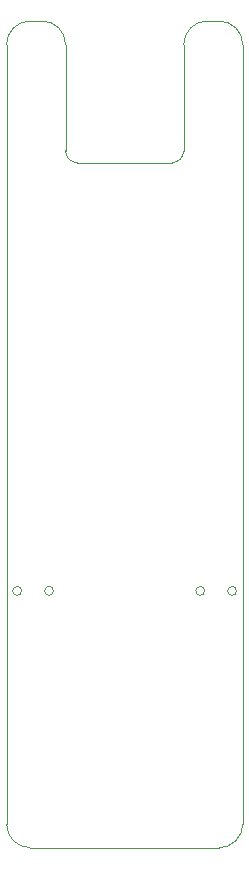
<source format=gbr>
%TF.GenerationSoftware,KiCad,Pcbnew,6.0.11-2627ca5db0~126~ubuntu22.04.1*%
%TF.CreationDate,2023-02-19T20:25:05+09:00*%
%TF.ProjectId,QuickPass,51756963-6b50-4617-9373-2e6b69636164,rev?*%
%TF.SameCoordinates,Original*%
%TF.FileFunction,Profile,NP*%
%FSLAX46Y46*%
G04 Gerber Fmt 4.6, Leading zero omitted, Abs format (unit mm)*
G04 Created by KiCad (PCBNEW 6.0.11-2627ca5db0~126~ubuntu22.04.1) date 2023-02-19 20:25:05*
%MOMM*%
%LPD*%
G01*
G04 APERTURE LIST*
%TA.AperFunction,Profile*%
%ADD10C,0.100000*%
%TD*%
%TA.AperFunction,Profile*%
%ADD11C,0.010000*%
%TD*%
G04 APERTURE END LIST*
D10*
X120000000Y-73000000D02*
X120000000Y-139000000D01*
X117000000Y-71000000D02*
X118000000Y-71000000D01*
X102000000Y-71000000D02*
G75*
G03*
X100000000Y-73000000I0J-2000000D01*
G01*
X100000000Y-139000000D02*
G75*
G03*
X102000000Y-141000000I2000000J0D01*
G01*
X106000000Y-83000000D02*
X114000000Y-83000000D01*
X102000000Y-71000000D02*
X103000000Y-71000000D01*
X117000000Y-71000000D02*
G75*
G03*
X115000000Y-73000000I0J-2000000D01*
G01*
X114000000Y-83000000D02*
G75*
G03*
X115000000Y-82000000I0J1000000D01*
G01*
X105000000Y-73000000D02*
G75*
G03*
X103000000Y-71000000I-2000000J0D01*
G01*
X100000000Y-73000000D02*
X100000000Y-139000000D01*
X118000000Y-141000000D02*
G75*
G03*
X120000000Y-139000000I0J2000000D01*
G01*
X102000000Y-141000000D02*
X118000000Y-141000000D01*
X115000000Y-82000000D02*
X115000000Y-73000000D01*
X105000000Y-82000000D02*
G75*
G03*
X106000000Y-83000000I1000000J0D01*
G01*
X105000000Y-82000000D02*
X105000000Y-73000000D01*
X120000000Y-73000000D02*
G75*
G03*
X118000000Y-71000000I-2000000J0D01*
G01*
D11*
%TO.C,SW1*%
X116775000Y-119253000D02*
G75*
G03*
X116775000Y-119253000I-375000J0D01*
G01*
X119475000Y-119253000D02*
G75*
G03*
X119475000Y-119253000I-375000J0D01*
G01*
%TO.C,SW2*%
X101275000Y-119253000D02*
G75*
G03*
X101275000Y-119253000I-375000J0D01*
G01*
X103975000Y-119253000D02*
G75*
G03*
X103975000Y-119253000I-375000J0D01*
G01*
%TD*%
M02*

</source>
